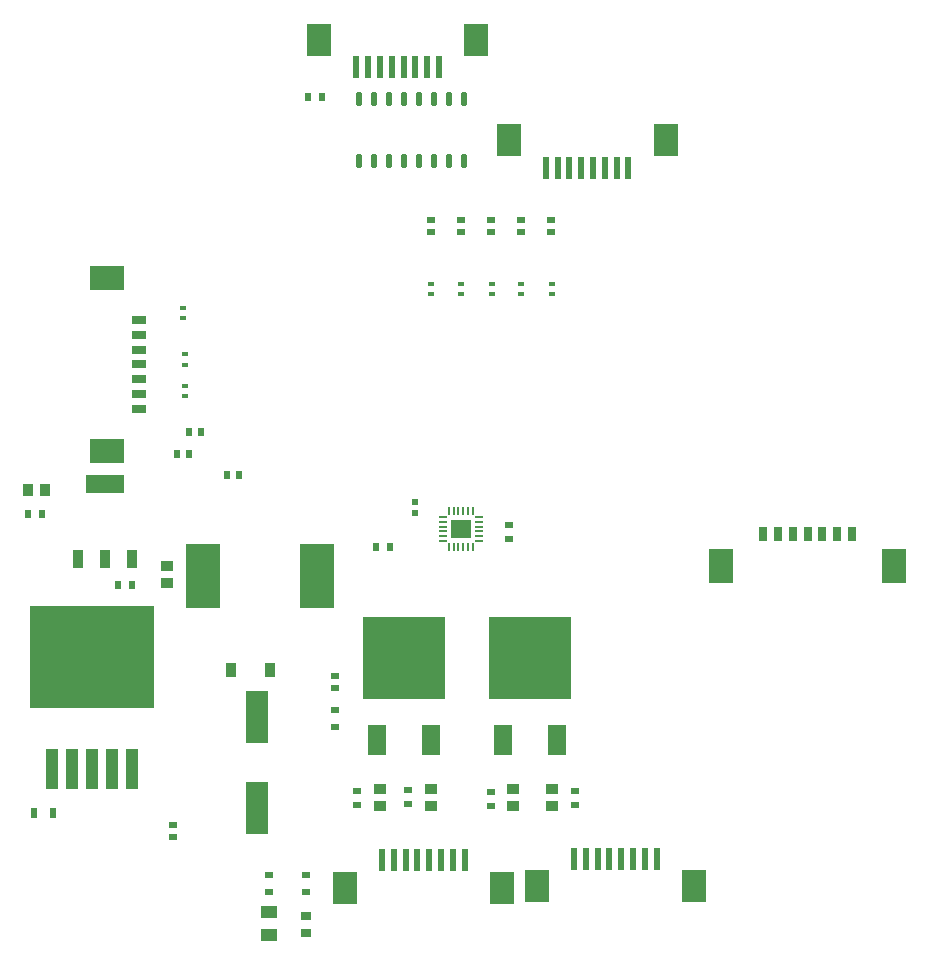
<source format=gtp>
G04*
G04 #@! TF.GenerationSoftware,Altium Limited,Altium Designer,19.1.5 (86)*
G04*
G04 Layer_Color=8421504*
%FSLAX44Y44*%
%MOMM*%
G71*
G01*
G75*
%ADD17R,0.6000X1.9000*%
%ADD18R,2.1000X2.8000*%
%ADD19R,0.6200X0.6000*%
%ADD20R,0.9000X0.7000*%
%ADD21R,0.9500X1.0500*%
%ADD22R,0.5200X0.7200*%
%ADD23R,0.5500X0.4500*%
%ADD24O,0.5500X1.2500*%
%ADD25R,0.7200X0.5200*%
%ADD26R,1.0500X0.9500*%
%ADD27R,0.8000X0.6000*%
%ADD28R,0.5400X0.9400*%
%ADD29R,0.8000X0.6000*%
%ADD30R,1.4000X1.0500*%
%ADD31R,0.9100X1.2200*%
%ADD32R,0.5500X0.6500*%
%ADD33R,0.9500X1.6500*%
%ADD34R,3.2500X1.6500*%
%ADD35R,0.8000X1.3000*%
%ADD36R,2.1000X3.0000*%
%ADD37R,10.5000X8.6000*%
%ADD38R,1.1000X3.5000*%
%ADD39R,0.6500X0.5500*%
%ADD40R,1.9000X4.4000*%
%ADD41R,2.9000X5.4000*%
%ADD42R,1.5000X2.5000*%
%ADD43R,7.0000X7.0000*%
%ADD44R,1.7000X1.5400*%
%ADD45O,0.2000X0.7000*%
%ADD46O,0.7000X0.2000*%
%ADD47R,3.0000X2.1000*%
%ADD48R,1.3000X0.8000*%
D17*
X292536Y759264D02*
D03*
X302536D02*
D03*
X312536D02*
D03*
X322536D02*
D03*
X332536D02*
D03*
X342536D02*
D03*
X352536D02*
D03*
X362536D02*
D03*
X546810Y89220D02*
D03*
X536810D02*
D03*
X526810D02*
D03*
X516810D02*
D03*
X506810D02*
D03*
X496810D02*
D03*
X486810D02*
D03*
X476810D02*
D03*
X384250Y87950D02*
D03*
X374250D02*
D03*
X364250D02*
D03*
X354250D02*
D03*
X344250D02*
D03*
X334250D02*
D03*
X324250D02*
D03*
X314250D02*
D03*
X522949Y674239D02*
D03*
X512949D02*
D03*
X502949D02*
D03*
X492949D02*
D03*
X482949D02*
D03*
X472949D02*
D03*
X462949D02*
D03*
X452949D02*
D03*
D18*
X261036Y782764D02*
D03*
X394036D02*
D03*
X578310Y65720D02*
D03*
X445310D02*
D03*
X415750Y64450D02*
D03*
X282750D02*
D03*
X554449Y697739D02*
D03*
X421449D02*
D03*
D19*
X342000Y381960D02*
D03*
Y391160D02*
D03*
D20*
X250190Y40640D02*
D03*
Y26640D02*
D03*
D21*
X28840Y401320D02*
D03*
X14340D02*
D03*
D22*
X14320Y381000D02*
D03*
X26320D02*
D03*
X251686Y734184D02*
D03*
X263686D02*
D03*
X102520Y321310D02*
D03*
X90520D02*
D03*
X309310Y353060D02*
D03*
X321310D02*
D03*
D23*
X458470Y576000D02*
D03*
Y567000D02*
D03*
X431800Y576000D02*
D03*
Y567000D02*
D03*
X407670Y576000D02*
D03*
Y567000D02*
D03*
X381000Y576000D02*
D03*
Y567000D02*
D03*
X355600Y576000D02*
D03*
Y567000D02*
D03*
X146050Y546680D02*
D03*
Y555680D02*
D03*
X147320Y489640D02*
D03*
Y480640D02*
D03*
Y507310D02*
D03*
Y516310D02*
D03*
D24*
X294516Y679994D02*
D03*
X307216D02*
D03*
X319916D02*
D03*
X332616D02*
D03*
X345316D02*
D03*
X358016D02*
D03*
X370716D02*
D03*
X383416D02*
D03*
X294516Y732494D02*
D03*
X307216D02*
D03*
X319916D02*
D03*
X332616D02*
D03*
X345316D02*
D03*
X358016D02*
D03*
X370716D02*
D03*
X383416D02*
D03*
D25*
X477520Y146970D02*
D03*
Y134970D02*
D03*
X406400Y145700D02*
D03*
Y133700D02*
D03*
X336550Y147830D02*
D03*
Y135830D02*
D03*
X421640Y371760D02*
D03*
Y359760D02*
D03*
X293370Y134970D02*
D03*
Y146970D02*
D03*
D26*
X458470Y133720D02*
D03*
Y148220D02*
D03*
X425450Y133720D02*
D03*
Y148220D02*
D03*
X355600Y133720D02*
D03*
Y148220D02*
D03*
X312420Y134090D02*
D03*
Y148590D02*
D03*
X132080Y337450D02*
D03*
Y322950D02*
D03*
D27*
X274320Y201030D02*
D03*
Y215530D02*
D03*
D28*
X19940Y128270D02*
D03*
X35940D02*
D03*
D29*
X250190Y61330D02*
D03*
Y75830D02*
D03*
X218440Y61330D02*
D03*
Y75830D02*
D03*
D30*
X218440Y43790D02*
D03*
Y24790D02*
D03*
D31*
X186850Y248920D02*
D03*
X219550D02*
D03*
D32*
X151210Y450850D02*
D03*
X161210D02*
D03*
X193040Y414020D02*
D03*
X183040D02*
D03*
X151130Y431800D02*
D03*
X141130D02*
D03*
D33*
X57010Y343150D02*
D03*
X80010D02*
D03*
X103010D02*
D03*
D34*
X80010Y406150D02*
D03*
D35*
X637070Y364490D02*
D03*
X649570D02*
D03*
X662070D02*
D03*
X674570D02*
D03*
X687070D02*
D03*
X699570D02*
D03*
X712070D02*
D03*
D36*
X601070Y336990D02*
D03*
X748070D02*
D03*
D37*
X68580Y260350D02*
D03*
D38*
X102580Y164850D02*
D03*
X85580D02*
D03*
X68580D02*
D03*
X51580D02*
D03*
X34580D02*
D03*
D39*
X137160Y118030D02*
D03*
Y108030D02*
D03*
X355693Y619840D02*
D03*
Y629840D02*
D03*
X381293Y619840D02*
D03*
Y629840D02*
D03*
X406693Y619840D02*
D03*
Y629840D02*
D03*
X432093Y619840D02*
D03*
Y629840D02*
D03*
X457493Y619840D02*
D03*
Y629840D02*
D03*
X274320Y233760D02*
D03*
Y243760D02*
D03*
D40*
X208280Y132080D02*
D03*
Y209580D02*
D03*
D41*
X162320Y328930D02*
D03*
X259320D02*
D03*
D42*
X309740Y189780D02*
D03*
X355740D02*
D03*
X416420Y190080D02*
D03*
X462420D02*
D03*
D43*
X332740Y258780D02*
D03*
X439420Y259080D02*
D03*
D44*
X381000Y368300D02*
D03*
D45*
X371000Y383620D02*
D03*
X375000D02*
D03*
X379000D02*
D03*
X383000D02*
D03*
X387000D02*
D03*
X391000D02*
D03*
Y352980D02*
D03*
X387000D02*
D03*
X383000D02*
D03*
X379000D02*
D03*
X375000D02*
D03*
X371000D02*
D03*
D46*
X396320Y378300D02*
D03*
Y374300D02*
D03*
Y370300D02*
D03*
Y366300D02*
D03*
Y362300D02*
D03*
Y358300D02*
D03*
X365680D02*
D03*
Y362300D02*
D03*
Y366300D02*
D03*
Y370300D02*
D03*
Y374300D02*
D03*
Y378300D02*
D03*
D47*
X81133Y434310D02*
D03*
Y581310D02*
D03*
D48*
X108633Y470310D02*
D03*
Y482810D02*
D03*
Y495310D02*
D03*
Y507810D02*
D03*
Y520310D02*
D03*
Y532810D02*
D03*
Y545310D02*
D03*
M02*

</source>
